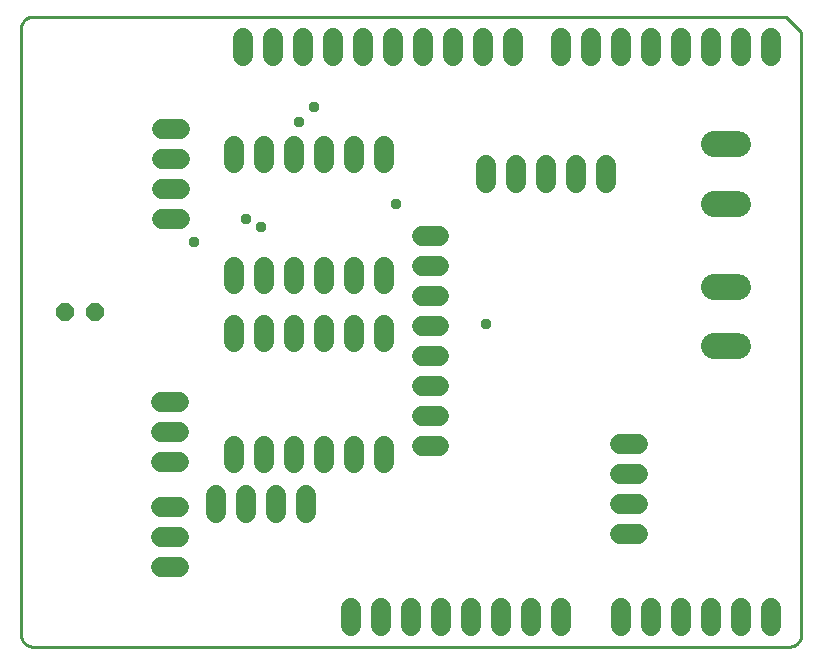
<source format=gbs>
G04 EAGLE Gerber RS-274X export*
G75*
%MOMM*%
%FSLAX34Y34*%
%LPD*%
%INSolder Mask bottom*%
%IPPOS*%
%AMOC8*
5,1,8,0,0,1.08239X$1,22.5*%
G01*
%ADD10C,0.254000*%
%ADD11C,1.727200*%
%ADD12C,1.661200*%
%ADD13P,1.649562X8X202.500000*%
%ADD14C,2.184400*%
%ADD15C,0.959600*%


D10*
X660400Y10000D02*
X660400Y520700D01*
X647700Y533400D01*
X10000Y533400D01*
X9758Y533397D01*
X9517Y533388D01*
X9276Y533374D01*
X9035Y533353D01*
X8795Y533327D01*
X8555Y533295D01*
X8316Y533257D01*
X8079Y533214D01*
X7842Y533164D01*
X7607Y533109D01*
X7373Y533049D01*
X7141Y532982D01*
X6910Y532911D01*
X6681Y532833D01*
X6454Y532750D01*
X6229Y532662D01*
X6006Y532568D01*
X5786Y532469D01*
X5568Y532364D01*
X5353Y532255D01*
X5140Y532140D01*
X4930Y532020D01*
X4724Y531895D01*
X4520Y531765D01*
X4319Y531630D01*
X4122Y531490D01*
X3928Y531346D01*
X3738Y531197D01*
X3552Y531043D01*
X3369Y530885D01*
X3190Y530723D01*
X3015Y530556D01*
X2844Y530385D01*
X2677Y530210D01*
X2515Y530031D01*
X2357Y529848D01*
X2203Y529662D01*
X2054Y529472D01*
X1910Y529278D01*
X1770Y529081D01*
X1635Y528880D01*
X1505Y528676D01*
X1380Y528470D01*
X1260Y528260D01*
X1145Y528047D01*
X1036Y527832D01*
X931Y527614D01*
X832Y527394D01*
X738Y527171D01*
X650Y526946D01*
X567Y526719D01*
X489Y526490D01*
X418Y526259D01*
X351Y526027D01*
X291Y525793D01*
X236Y525558D01*
X186Y525321D01*
X143Y525084D01*
X105Y524845D01*
X73Y524605D01*
X47Y524365D01*
X26Y524124D01*
X12Y523883D01*
X3Y523642D01*
X0Y523400D01*
X0Y10000D01*
X3Y9758D01*
X12Y9517D01*
X26Y9276D01*
X47Y9035D01*
X73Y8795D01*
X105Y8555D01*
X143Y8316D01*
X186Y8079D01*
X236Y7842D01*
X291Y7607D01*
X351Y7373D01*
X418Y7141D01*
X489Y6910D01*
X567Y6681D01*
X650Y6454D01*
X738Y6229D01*
X832Y6006D01*
X931Y5786D01*
X1036Y5568D01*
X1145Y5353D01*
X1260Y5140D01*
X1380Y4930D01*
X1505Y4724D01*
X1635Y4520D01*
X1770Y4319D01*
X1910Y4122D01*
X2054Y3928D01*
X2203Y3738D01*
X2357Y3552D01*
X2515Y3369D01*
X2677Y3190D01*
X2844Y3015D01*
X3015Y2844D01*
X3190Y2677D01*
X3369Y2515D01*
X3552Y2357D01*
X3738Y2203D01*
X3928Y2054D01*
X4122Y1910D01*
X4319Y1770D01*
X4520Y1635D01*
X4724Y1505D01*
X4930Y1380D01*
X5140Y1260D01*
X5353Y1145D01*
X5568Y1036D01*
X5786Y931D01*
X6006Y832D01*
X6229Y738D01*
X6454Y650D01*
X6681Y567D01*
X6910Y489D01*
X7141Y418D01*
X7373Y351D01*
X7607Y291D01*
X7842Y236D01*
X8079Y186D01*
X8316Y143D01*
X8555Y105D01*
X8795Y73D01*
X9035Y47D01*
X9276Y26D01*
X9517Y12D01*
X9758Y3D01*
X10000Y0D01*
X650400Y0D01*
X650642Y3D01*
X650883Y12D01*
X651124Y26D01*
X651365Y47D01*
X651605Y73D01*
X651845Y105D01*
X652084Y143D01*
X652321Y186D01*
X652558Y236D01*
X652793Y291D01*
X653027Y351D01*
X653259Y418D01*
X653490Y489D01*
X653719Y567D01*
X653946Y650D01*
X654171Y738D01*
X654394Y832D01*
X654614Y931D01*
X654832Y1036D01*
X655047Y1145D01*
X655260Y1260D01*
X655470Y1380D01*
X655676Y1505D01*
X655880Y1635D01*
X656081Y1770D01*
X656278Y1910D01*
X656472Y2054D01*
X656662Y2203D01*
X656848Y2357D01*
X657031Y2515D01*
X657210Y2677D01*
X657385Y2844D01*
X657556Y3015D01*
X657723Y3190D01*
X657885Y3369D01*
X658043Y3552D01*
X658197Y3738D01*
X658346Y3928D01*
X658490Y4122D01*
X658630Y4319D01*
X658765Y4520D01*
X658895Y4724D01*
X659020Y4930D01*
X659140Y5140D01*
X659255Y5353D01*
X659364Y5568D01*
X659469Y5786D01*
X659568Y6006D01*
X659662Y6229D01*
X659750Y6454D01*
X659833Y6681D01*
X659911Y6910D01*
X659982Y7141D01*
X660049Y7373D01*
X660109Y7607D01*
X660164Y7842D01*
X660214Y8079D01*
X660257Y8316D01*
X660295Y8555D01*
X660327Y8795D01*
X660353Y9035D01*
X660374Y9276D01*
X660388Y9517D01*
X660397Y9758D01*
X660400Y10000D01*
D11*
X187960Y500380D02*
X187960Y515620D01*
X213360Y515620D02*
X213360Y500380D01*
X238760Y500380D02*
X238760Y515620D01*
X264160Y515620D02*
X264160Y500380D01*
X289560Y500380D02*
X289560Y515620D01*
X314960Y515620D02*
X314960Y500380D01*
X340360Y500380D02*
X340360Y515620D01*
X365760Y515620D02*
X365760Y500380D01*
X391160Y500380D02*
X391160Y515620D01*
X416560Y515620D02*
X416560Y500380D01*
X279654Y33020D02*
X279654Y17780D01*
X305054Y17780D02*
X305054Y33020D01*
X330454Y33020D02*
X330454Y17780D01*
X355854Y17780D02*
X355854Y33020D01*
X381254Y33020D02*
X381254Y17780D01*
X406654Y17780D02*
X406654Y33020D01*
X432054Y33020D02*
X432054Y17780D01*
X457454Y17780D02*
X457454Y33020D01*
X457200Y500380D02*
X457200Y515620D01*
X482600Y515620D02*
X482600Y500380D01*
X508000Y500380D02*
X508000Y515620D01*
X533400Y515620D02*
X533400Y500380D01*
X558800Y500380D02*
X558800Y515620D01*
X584200Y515620D02*
X584200Y500380D01*
X609600Y500380D02*
X609600Y515620D01*
X635000Y515620D02*
X635000Y500380D01*
X508000Y32766D02*
X508000Y17526D01*
X533400Y17526D02*
X533400Y32766D01*
X558800Y32766D02*
X558800Y17526D01*
X584200Y17526D02*
X584200Y32766D01*
X609600Y32766D02*
X609600Y17526D01*
X635000Y17526D02*
X635000Y32766D01*
D12*
X180340Y155524D02*
X180340Y170104D01*
X205740Y170104D02*
X205740Y155524D01*
X231140Y155524D02*
X231140Y170104D01*
X256540Y170104D02*
X256540Y155524D01*
X281940Y155524D02*
X281940Y170104D01*
X307340Y170104D02*
X307340Y155524D01*
X180340Y258140D02*
X180340Y272720D01*
X205740Y272720D02*
X205740Y258140D01*
X231140Y258140D02*
X231140Y272720D01*
X256540Y272720D02*
X256540Y258140D01*
X281940Y258140D02*
X281940Y272720D01*
X307340Y272720D02*
X307340Y258140D01*
X339674Y169672D02*
X354254Y169672D01*
X354254Y195072D02*
X339674Y195072D01*
X339674Y220472D02*
X354254Y220472D01*
X354254Y245872D02*
X339674Y245872D01*
X339674Y271272D02*
X354254Y271272D01*
X354254Y296672D02*
X339674Y296672D01*
X339674Y322072D02*
X354254Y322072D01*
X354254Y347472D02*
X339674Y347472D01*
X180340Y321488D02*
X180340Y306908D01*
X205740Y306908D02*
X205740Y321488D01*
X231140Y321488D02*
X231140Y306908D01*
X256540Y306908D02*
X256540Y321488D01*
X281940Y321488D02*
X281940Y306908D01*
X307340Y306908D02*
X307340Y321488D01*
X180340Y409524D02*
X180340Y424104D01*
X205740Y424104D02*
X205740Y409524D01*
X231140Y409524D02*
X231140Y424104D01*
X256540Y424104D02*
X256540Y409524D01*
X281940Y409524D02*
X281940Y424104D01*
X307340Y424104D02*
X307340Y409524D01*
D13*
X62738Y283210D03*
X37338Y283210D03*
D11*
X118110Y67818D02*
X133350Y67818D01*
X133350Y93218D02*
X118110Y93218D01*
X118110Y118618D02*
X133350Y118618D01*
X133350Y156718D02*
X118110Y156718D01*
X118110Y182118D02*
X133350Y182118D01*
X133350Y207518D02*
X118110Y207518D01*
X506730Y171450D02*
X521970Y171450D01*
X521970Y146050D02*
X506730Y146050D01*
X506730Y120650D02*
X521970Y120650D01*
X521970Y95250D02*
X506730Y95250D01*
X241300Y113030D02*
X241300Y128270D01*
X215900Y128270D02*
X215900Y113030D01*
X190500Y113030D02*
X190500Y128270D01*
X165100Y128270D02*
X165100Y113030D01*
X134620Y361950D02*
X119380Y361950D01*
X119380Y387350D02*
X134620Y387350D01*
X134620Y412750D02*
X119380Y412750D01*
X119380Y438150D02*
X134620Y438150D01*
D14*
X586994Y254254D02*
X606806Y254254D01*
X606806Y304546D02*
X586994Y304546D01*
X586994Y374904D02*
X606806Y374904D01*
X606806Y425196D02*
X586994Y425196D01*
D11*
X393700Y407670D02*
X393700Y392430D01*
X419100Y392430D02*
X419100Y407670D01*
X444500Y407670D02*
X444500Y392430D01*
X469900Y392430D02*
X469900Y407670D01*
X495300Y407670D02*
X495300Y392430D01*
D15*
X146050Y342900D03*
X393700Y273050D03*
X247650Y457200D03*
X234950Y444500D03*
X190500Y361950D03*
X317500Y374650D03*
X203200Y355600D03*
M02*

</source>
